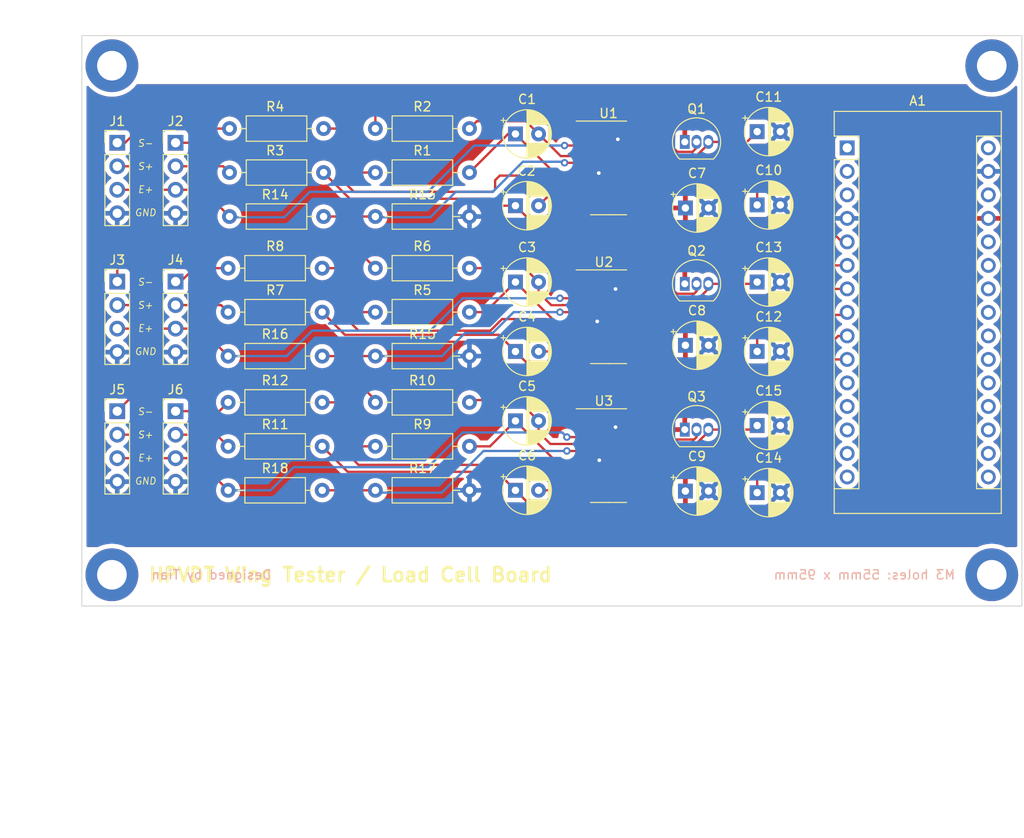
<source format=kicad_pcb>
(kicad_pcb (version 20211014) (generator pcbnew)
  (layers (0 "F.Cu" signal) (31 "B.Cu" signal) (34 "B.Paste" user) (35 "F.Paste" user) (36 "B.SilkS" user "B.Silkscreen") (37 "F.SilkS" user "F.Silkscreen") (38 "B.Mask" user) (39 "F.Mask" user) (44 "Edge.Cuts" user))
  (net 0 "")
  (net 4 "GND")
  (net 5 "DOUT_{LC1&2}")
  (net 6 "CLK_{LC1&2}")
  (net 7 "DOUT_{LC3&4}")
  (net 8 "CLK_{LC3&4}")
  (net 9 "DOUT_{LC5&6}")
  (net 10 "CLK_{LC5&6}")
  (net 17 "+3V3")
  (net 27 "+5V")
  (net 30 "Net-(C1-Pad1)")
  (net 31 "Net-(C1-Pad2)")
  (net 32 "Net-(C2-Pad1)")
  (net 33 "Net-(C2-Pad2)")
  (net 34 "Net-(C3-Pad1)")
  (net 35 "Net-(C3-Pad2)")
  (net 36 "Net-(C4-Pad1)")
  (net 37 "Net-(C4-Pad2)")
  (net 38 "Net-(C5-Pad1)")
  (net 39 "Net-(C5-Pad2)")
  (net 40 "Net-(C6-Pad1)")
  (net 41 "Net-(C6-Pad2)")
  (net 42 "Net-(C10-Pad1)")
  (net 43 "/E+_{LC1&2}")
  (net 44 "Net-(C12-Pad1)")
  (net 45 "/E+_{LC3&4}")
  (net 46 "Net-(C14-Pad1)")
  (net 47 "/E+_{LC5&6}")
  (net 48 "/S-_{LC1}")
  (net 49 "/S+_{LC1}")
  (net 50 "/S-_{LC2}")
  (net 51 "/S+_{LC2}")
  (net 52 "/S-_{LC3}")
  (net 53 "/S+_{LC3}")
  (net 54 "/S-_{LC4}")
  (net 55 "/S+_{LC4}")
  (net 56 "/S-_{LC5}")
  (net 57 "/S+_{LC5}")
  (net 58 "/S-_{LC6}")
  (net 59 "/S+_{LC6}")
  (net 60 "Net-(Q1-Pad2)")
  (net 61 "Net-(Q2-Pad2)")
  (net 62 "Net-(Q3-Pad2)")
  (net 63 "Net-(R13-Pad1)")
  (net 64 "Net-(R15-Pad1)")
  (net 65 "Net-(R17-Pad1)")
  (footprint "Capacitor_THT:CP_Radial_D5.0mm_P2.50mm" (layer "F.Cu") (at 171.669888 95.375)
    (fp_text reference "C13")
    (fp_text value "10uF")
  )
  (footprint "Capacitor_THT:CP_Radial_D5.0mm_P2.50mm" (layer "F.Cu") (at 163.919888 102.205)
    (fp_text reference "C8")
    (fp_text value "10uF")
  )
  (footprint "Resistor_THT:R_Axial_DIN0207_L6.3mm_D2.5mm_P10.16mm_Horizontal" (layer "F.Cu") (at 130.445 113.125)
    (fp_text reference "R9")
    (fp_text value "100")
  )
  (footprint "Connector_PinHeader_2.54mm:PinHeader_1x04_P2.54mm_Vertical" (layer "F.Cu") (at 102.575 95.325)
    (fp_text reference "J3")
    (fp_text value "Load Cell 3")
  )
  (footprint "Resistor_THT:R_Axial_DIN0207_L6.3mm_D2.5mm_P10.16mm_Horizontal" (layer "F.Cu") (at 114.545 103.375)
    (fp_text reference "R16")
    (fp_text value "20k")
  )
  (footprint "Capacitor_THT:CP_Radial_D5.0mm_P2.50mm" (layer "F.Cu") (at 171.669888 118.125)
    (fp_text reference "C14")
    (fp_text value "0.1uF")
  )
  (footprint "Package_TO_SOT_THT:TO-92_Inline" (layer "F.Cu") (at 163.855 111.315)
    (fp_text reference "Q3")
    (fp_text value "S8550")
  )
  (footprint "Resistor_THT:R_Axial_DIN0207_L6.3mm_D2.5mm_P10.16mm_Horizontal" (layer "F.Cu") (at 130.445 117.875)
    (fp_text reference "R17")
    (fp_text value "8.2k")
  )
  (footprint "Resistor_THT:R_Axial_DIN0207_L6.3mm_D2.5mm_P10.16mm_Horizontal" (layer "F.Cu") (at 114.695 83.545)
    (fp_text reference "R3")
    (fp_text value "100")
  )
  (footprint "Connector_PinHeader_2.54mm:PinHeader_1x04_P2.54mm_Vertical" (layer "F.Cu") (at 108.875 95.325)
    (fp_text reference "J4")
    (fp_text value "Load Cell 4")
  )
  (footprint "Capacitor_THT:CP_Radial_D5.0mm_P2.50mm" (layer "F.Cu") (at 145.569888 87.125)
    (fp_text reference "C2")
    (fp_text value "0.1uF")
  )
  (footprint "Capacitor_THT:CP_Radial_D5.0mm_P2.50mm" (layer "F.Cu") (at 171.669888 102.875)
    (fp_text reference "C12")
    (fp_text value "0.1uF")
  )
  (footprint "Package_SO:SOP-16_3.9x9.9mm_P1.27mm" (layer "F.Cu") (at 155.625 83.045)
    (fp_text reference "U1")
    (fp_text value "HX711")
  )
  (footprint "Resistor_THT:R_Axial_DIN0207_L6.3mm_D2.5mm_P10.16mm_Horizontal" (layer "F.Cu") (at 130.445 93.875)
    (fp_text reference "R6")
    (fp_text value "100")
  )
  (footprint "Connector_PinHeader_2.54mm:PinHeader_1x04_P2.54mm_Vertical" (layer "F.Cu") (at 108.875 109.325)
    (fp_text reference "J6")
    (fp_text value "Load Cell 6")
  )
  (footprint "Capacitor_THT:CP_Radial_D5.0mm_P2.50mm" (layer "F.Cu") (at 145.569888 102.875)
    (fp_text reference "C4")
    (fp_text value "0.1uF")
  )
  (footprint "Resistor_THT:R_Axial_DIN0207_L6.3mm_D2.5mm_P10.16mm_Horizontal" (layer "F.Cu") (at 130.445 103.375)
    (fp_text reference "R15")
    (fp_text value "8.2k")
  )
  (footprint "MountingHole:MountingHole_3.2mm_M3_ISO7380_Pad" (layer "F.Cu") (at 197 127)
    (fp_text reference "H4" hide)
    (fp_text value "M3")
  )
  (footprint "Package_SO:SOP-16_3.9x9.9mm_P1.27mm" (layer "F.Cu") (at 155.625 114.125)
    (fp_text reference "U3")
    (fp_text value "HX711")
  )
  (footprint "Resistor_THT:R_Axial_DIN0207_L6.3mm_D2.5mm_P10.16mm_Horizontal" (layer "F.Cu") (at 130.445 108.375)
    (fp_text reference "R10")
    (fp_text value "100")
  )
  (footprint "MountingHole:MountingHole_3.2mm_M3_ISO7380_Pad" (layer "F.Cu") (at 102 72)
    (fp_text reference "H1" hide)
    (fp_text value "M3")
  )
  (footprint "Resistor_THT:R_Axial_DIN0207_L6.3mm_D2.5mm_P10.16mm_Horizontal" (layer "F.Cu") (at 130.445 78.795)
    (fp_text reference "R2")
    (fp_text value "100")
  )
  (footprint "Resistor_THT:R_Axial_DIN0207_L6.3mm_D2.5mm_P10.16mm_Horizontal" (layer "F.Cu") (at 114.545 93.875)
    (fp_text reference "R8")
    (fp_text value "100")
  )
  (footprint "Resistor_THT:R_Axial_DIN0207_L6.3mm_D2.5mm_P10.16mm_Horizontal" (layer "F.Cu") (at 114.545 113.125)
    (fp_text reference "R11")
    (fp_text value "100")
  )
  (footprint "Capacitor_THT:CP_Radial_D5.0mm_P2.50mm" (layer "F.Cu") (at 171.669888 79.125)
    (fp_text reference "C11")
    (fp_text value "10uF")
  )
  (footprint "Package_TO_SOT_THT:TO-92_Inline" (layer "F.Cu") (at 163.855 80.235)
    (fp_text reference "Q1")
    (fp_text value "S8550")
  )
  (footprint "Capacitor_THT:CP_Radial_D5.0mm_P2.50mm" (layer "F.Cu") (at 171.669888 110.875)
    (fp_text reference "C15")
    (fp_text value "10uF")
  )
  (footprint "Package_SO:SOP-16_3.9x9.9mm_P1.27mm" (layer "F.Cu") (at 155.625 99.125)
    (fp_text reference "U2")
    (fp_text value "HX711")
  )
  (footprint "Capacitor_THT:CP_Radial_D5.0mm_P2.50mm" (layer "F.Cu") (at 163.919888 117.955)
    (fp_text reference "C9")
    (fp_text value "10uF")
  )
  (footprint "Capacitor_THT:CP_Radial_D5.0mm_P2.50mm" (layer "F.Cu") (at 163.919888 87.375)
    (fp_text reference "C7")
    (fp_text value "10uF")
  )
  (footprint "Connector_PinHeader_2.54mm:PinHeader_1x04_P2.54mm_Vertical" (layer "F.Cu") (at 108.875 80.325)
    (fp_text reference "J2")
    (fp_text value "Load Cell 2")
  )
  (footprint "MountingHole:MountingHole_3.2mm_M3_ISO7380_Pad" (layer "F.Cu") (at 102 127)
    (fp_text reference "H3" hide)
    (fp_text value "M3")
  )
  (footprint "Capacitor_THT:CP_Radial_D5.0mm_P2.50mm" (layer "F.Cu") (at 145.569888 79.375)
    (fp_text reference "C1")
    (fp_text value "0.1uF")
  )
  (footprint "Capacitor_THT:CP_Radial_D5.0mm_P2.50mm" (layer "F.Cu") (at 145.569888 110.375)
    (fp_text reference "C5")
    (fp_text value "0.1uF")
  )
  (footprint "Capacitor_THT:CP_Radial_D5.0mm_P2.50mm" (layer "F.Cu") (at 171.669888 87.045)
    (fp_text reference "C10")
    (fp_text value "0.1uF")
  )
  (footprint "MountingHole:MountingHole_3.2mm_M3_ISO7380_Pad" (layer "F.Cu") (at 197 72)
    (fp_text reference "H2" hide)
    (fp_text value "M3")
  )
  (footprint "Package_TO_SOT_THT:TO-92_Inline" (layer "F.Cu") (at 163.855 95.565)
    (fp_text reference "Q2")
    (fp_text value "S8550")
  )
  (footprint "Connector_PinHeader_2.54mm:PinHeader_1x04_P2.54mm_Vertical" (layer "F.Cu") (at 102.575 80.325)
    (fp_text reference "J1")
    (fp_text value "Load Cell 1")
  )
  (footprint "Module:Arduino_Nano" (layer "F.Cu") (at 181.39 80.875)
    (fp_text reference "A1")
    (fp_text value "Arduino_Nano_v3.x")
  )
  (footprint "Resistor_THT:R_Axial_DIN0207_L6.3mm_D2.5mm_P10.16mm_Horizontal" (layer "F.Cu") (at 130.445 83.545)
    (fp_text reference "R1")
    (fp_text value "100")
  )
  (footprint "Resistor_THT:R_Axial_DIN0207_L6.3mm_D2.5mm_P10.16mm_Horizontal" (layer "F.Cu") (at 114.695 78.795)
    (fp_text reference "R4")
    (fp_text value "100")
  )
  (footprint "Capacitor_THT:CP_Radial_D5.0mm_P2.50mm" (layer "F.Cu") (at 145.569888 95.375)
    (fp_text reference "C3")
    (fp_text value "0.1uF")
  )
  (footprint "Resistor_THT:R_Axial_DIN0207_L6.3mm_D2.5mm_P10.16mm_Horizontal" (layer "F.Cu") (at 114.545 108.375)
    (fp_text reference "R12")
    (fp_text value "100")
  )
  (footprint "Resistor_THT:R_Axial_DIN0207_L6.3mm_D2.5mm_P10.16mm_Horizontal" (layer "F.Cu") (at 130.445 98.625)
    (fp_text reference "R5")
    (fp_text value "100")
  )
  (footprint "Capacitor_THT:CP_Radial_D5.0mm_P2.50mm" (layer "F.Cu") (at 145.569888 117.875)
    (fp_text reference "C6")
    (fp_text value "0.1uF")
  )
  (footprint "Resistor_THT:R_Axial_DIN0207_L6.3mm_D2.5mm_P10.16mm_Horizontal" (layer "F.Cu") (at 130.445 88.295)
    (fp_text reference "R13")
    (fp_text value "8.2k")
  )
  (footprint "Resistor_THT:R_Axial_DIN0207_L6.3mm_D2.5mm_P10.16mm_Horizontal" (layer "F.Cu") (at 114.695 88.295)
    (fp_text reference "R14")
    (fp_text value "20k")
  )
  (footprint "Resistor_THT:R_Axial_DIN0207_L6.3mm_D2.5mm_P10.16mm_Horizontal" (layer "F.Cu") (at 114.545 98.625)
    (fp_text reference "R7")
    (fp_text value "100")
  )
  (footprint "Connector_PinHeader_2.54mm:PinHeader_1x04_P2.54mm_Vertical" (layer "F.Cu") (at 102.575 109.325)
    (fp_text reference "J5")
    (fp_text value "Load Cell 5")
  )
  (footprint "Resistor_THT:R_Axial_DIN0207_L6.3mm_D2.5mm_P10.16mm_Horizontal" (layer "F.Cu") (at 114.545 117.875)
    (fp_text reference "R18")
    (fp_text value "20k")
  )
  (gr_rect (start 200.25 130.375) (end 98.75 68.75) (layer "Edge.Cuts") (width 0.1) (fill none))
  (gr_text "Designed by Tian" (at 112.75 127) (layer "B.SilkS") (effects (font (size 1 1)) (justify mirror)))
  (gr_text "M3 holes: 55mm x 95mm" (at 183.25 127) (layer "B.SilkS") (effects (font (size 1 1)) (justify mirror)))
  (gr_text "E+" (at 105.625 114.375) (layer "F.SilkS") (effects (font (size 0.75 0.75) (thickness 0.1) italic)))
  (gr_text "GND" (at 105.625 87.875) (layer "F.SilkS") (effects (font (size 0.75 0.75) (thickness 0.1) italic)))
  (gr_text "S+" (at 105.625 111.875) (layer "F.SilkS") (effects (font (size 0.75 0.75) (thickness 0.1) italic)))
  (gr_text "S+" (at 105.625 97.875) (layer "F.SilkS") (effects (font (size 0.75 0.75) (thickness 0.1) italic)))
  (gr_text "S-" (at 105.625 109.375) (layer "F.SilkS") (effects (font (size 0.75 0.75) (thickness 0.1) italic)))
  (gr_text "E+" (at 105.625 85.375) (layer "F.SilkS") (effects (font (size 0.75 0.75) (thickness 0.1) italic)))
  (gr_text "GND" (at 105.625 116.875) (layer "F.SilkS") (effects (font (size 0.75 0.75) (thickness 0.1) italic)))
  (gr_text "HPVDT Wing Tester / Load Cell Board" (at 127.75 127) (layer "F.SilkS") (effects (font (size 1.5 1.5) (thickness 0.3))))
  (gr_text "S-" (at 105.625 80.375) (layer "F.SilkS") (effects (font (size 0.75 0.75) (thickness 0.1) italic)))
  (gr_text "S+" (at 105.625 82.875) (layer "F.SilkS") (effects (font (size 0.75 0.75) (thickness 0.1) italic)))
  (gr_text "E+" (at 105.625 100.375) (layer "F.SilkS") (effects (font (size 0.75 0.75) (thickness 0.1) italic)))
  (gr_text "GND" (at 105.625 102.875) (layer "F.SilkS") (effects (font (size 0.75 0.75) (thickness 0.1) italic)))
  (gr_text "S-" (at 105.625 95.375) (layer "F.SilkS") (effects (font (size 0.75 0.75) (thickness 0.1) italic)))
  (segment (start 154.57 83.68) (end 154.625 83.625) (width 0.25) (layer "F.Cu") (net 4))
  (segment (start 156.625 79.875) (end 156.625 79.94902) (width 0.25) (layer "F.Cu") (net 4))
  (segment (start 153.125 99.76) (end 154.49 99.76) (width 0.25) (layer "F.Cu") (net 4))
  (segment (start 156.47498 110.95) (end 156.375 111.04998) (width 0.25) (layer "F.Cu") (net 4))
  (segment (start 154.625 83.625) (end 154.60098 83.60098) (width 0.25) (layer "F.Cu") (net 4))
  (segment (start 158.125 97.22) (end 158.125 95.95) (width 0.25) (layer "F.Cu") (net 4))
  (segment (start 158.125 110.95) (end 158.125 112.22) (width 0.25) (layer "F.Cu") (net 4))
  (segment (start 154.625 99.625) (end 154.4005 99.625) (width 0.25) (layer "F.Cu") (net 4))
  (segment (start 154.49 114.76) (end 154.625 114.625) (width 0.25) (layer "F.Cu") (net 4))
  (segment (start 153.125 114.76) (end 154.49 114.76) (width 0.25) (layer "F.Cu") (net 4))
  (segment (start 156.55 95.95) (end 156.375 96.125) (width 0.25) (layer "F.Cu") (net 4))
  (segment (start 156.63 79.87) (end 156.625 79.875) (width 0.25) (layer "F.Cu") (net 4))
  (segment (start 158.125 79.87) (end 158.125 81.14) (width 0.25) (layer "F.Cu") (net 4))
  (segment (start 158.125 79.87) (end 156.63 79.87) (width 0.25) (layer "F.Cu") (net 4))
  (segment (start 154.60098 83.60098) (end 154.57 83.60098) (width 0.25) (layer "F.Cu") (net 4))
  (segment (start 158.125 110.95) (end 156.47498 110.95) (width 0.25) (layer "F.Cu") (net 4))
  (segment (start 154.49 99.76) (end 154.625 99.625) (width 0.25) (layer "F.Cu") (net 4))
  (segment (start 158.125 95.95) (end 156.55 95.95) (width 0.25) (layer "F.Cu") (net 4))
  (segment (start 153.125 83.68) (end 154.57 83.68) (width 0.25) (layer "F.Cu") (net 4))
  (via (at 154.4005 99.625) (size 0.8) (drill 0.4) (layers "F.Cu" "B.Cu") (net 4))
  (via (at 156.375 96.125) (size 0.8) (drill 0.4) (layers "F.Cu" "B.Cu") (net 4))
  (via (at 156.625 79.94902) (size 0.8) (drill 0.4) (layers "F.Cu" "B.Cu") (net 4))
  (via (at 156.375 111.04998) (size 0.8) (drill 0.4) (layers "F.Cu" "B.Cu") (net 4))
  (via (at 154.57 83.60098) (size 0.8) (drill 0.4) (layers "F.Cu" "B.Cu") (net 4))
  (via (at 154.625 114.625) (size 0.8) (drill 0.4) (layers "F.Cu" "B.Cu") (net 4))
  (segment (start 177.79822 83.42548) (end 158.37952 83.42548) (width 0.25) (layer "F.Cu") (net 5))
  (segment (start 158.37952 83.42548) (end 158.125 83.68) (width 0.25) (layer "F.Cu") (net 5))
  (segment (start 181.39 91.035) (end 180.8247 91.035) (width 0.25) (layer "F.Cu") (net 5))
  (segment (start 180.8247 91.035) (end 178.750489 88.960789) (width 0.25) (layer "F.Cu") (net 5))
  (segment (start 178.750489 88.960789) (end 178.750489 84.377749) (width 0.25) (layer "F.Cu") (net 5))
  (segment (start 178.750489 84.377749) (end 177.79822 83.42548) (width 0.25) (layer "F.Cu") (net 5))
  (segment (start 159.55 84.95) (end 158.125 84.95) (width 0.25) (layer "F.Cu") (net 6))
  (segment (start 177.625 91.325) (end 177.625 85.375) (width 0.25) (layer "F.Cu") (net 6))
  (segment (start 179.875 93.575) (end 177.625 91.325) (width 0.25) (layer "F.Cu") (net 6))
  (segment (start 176.125 83.875) (end 160.625 83.875) (width 0.25) (layer "F.Cu") (net 6))
  (segment (start 177.625 85.375) (end 176.125 83.875) (width 0.25) (layer "F.Cu") (net 6))
  (segment (start 181.39 93.575) (end 179.875 93.575) (width 0.25) (layer "F.Cu") (net 6))
  (segment (start 160.625 83.875) (end 159.55 84.95) (width 0.25) (layer "F.Cu") (net 6))
  (segment (start 175.875 98.375) (end 178.135 96.115) (width 0.25) (layer "F.Cu") (net 7))
  (segment (start 178.135 96.115) (end 181.39 96.115) (width 0.25) (layer "F.Cu") (net 7))
  (segment (start 162.375 98.375) (end 175.875 98.375) (width 0.25) (layer "F.Cu") (net 7))
  (segment (start 158.125 99.76) (end 160.99 99.76) (width 0.25) (layer "F.Cu") (net 7))
  (segment (start 160.99 99.76) (end 162.375 98.375) (width 0.25) (layer "F.Cu") (net 7))
  (segment (start 181.39 98.655) (end 181.11952 98.92548) (width 0.25) (layer "F.Cu") (net 8))
  (segment (start 158.165717 100.989283) (end 158.125 101.03) (width 0.25) (layer "F.Cu") (net 8))
  (segment (start 160.875 100.989283) (end 158.165717 100.989283) (width 0.25) (layer "F.Cu") (net 8))
  (segment (start 181.11952 98.92548) (end 162.938802 98.92548) (width 0.25) (layer "F.Cu") (net 8))
  (segment (start 160.875 100.989283) (end 162.938802 98.92548) (width 0.25) (layer "F.Cu") (net 8))
  (segment (start 177.375 104.239283) (end 180.419283 101.195) (width 0.25) (layer "F.Cu") (net 9))
  (segment (start 176.875 113.625) (end 177.375 113.125) (width 0.25) (layer "F.Cu") (net 9))
  (segment (start 158.125 114.76) (end 160.99 114.76) (width 0.25) (layer "F.Cu") (net 9))
  (segment (start 162.125 113.625) (end 176.875 113.625) (width 0.25) (layer "F.Cu") (net 9))
  (segment (start 177.375 113.125) (end 177.375 104.239283) (width 0.25) (layer "F.Cu") (net 9))
  (segment (start 180.419283 101.195) (end 181.39 101.195) (width 0.25) (layer "F.Cu") (net 9))
  (segment (start 160.99 114.76) (end 162.125 113.625) (width 0.25) (layer "F.Cu") (net 9))
  (segment (start 162.875 114.375) (end 177.375 114.375) (width 0.25) (layer "F.Cu") (net 10))
  (segment (start 177.375 114.375) (end 178.125 113.625) (width 0.25) (layer "F.Cu") (net 10))
  (segment (start 178.125 105.125) (end 179.515 103.735) (width 0.25) (layer "F.Cu") (net 10))
  (segment (start 178.125 113.625) (end 178.125 105.125) (width 0.25) (layer "F.Cu") (net 10))
  (segment (start 161.22 116.03) (end 162.875 114.375) (width 0.25) (layer "F.Cu") (net 10))
  (segment (start 158.125 116.03) (end 161.22 116.03) (width 0.25) (layer "F.Cu") (net 10))
  (segment (start 179.515 103.735) (end 181.39 103.735) (width 0.25) (layer "F.Cu") (net 10))
  (segment (start 144.775 79.375) (end 140.605 83.545) (width 0.25) (layer "F.Cu") (net 30))
  (segment (start 159.625 86.875) (end 159.125 86.375) (width 0.25) (layer "F.Cu") (net 30))
  (segment (start 156.17548 85.375) (end 156.17548 87.211552) (width 0.25) (layer "F.Cu") (net 30))
  (segment (start 151.980103 84.404511) (end 152.059134 84.32548) (width 0.25) (layer "F.Cu") (net 30))
  (segment (start 156.17548 87.211552) (end 157.078448 88.11452) (width 0.25) (layer "F.Cu") (net 30))
  (segment (start 145.569888 79.375) (end 150.599399 84.404511) (width 0.25) (layer "F.Cu") (net 30))
  (segment (start 150.599399 84.404511) (end 151.980103 84.404511) (width 0.25) (layer "F.Cu") (net 30))
  (segment (start 145.569888 79.375) (end 144.775 79.375) (width 0.25) (layer "F.Cu") (net 30))
  (segment (start 159.625 87.661072) (end 159.625 86.875) (width 0.25) (layer "F.Cu") (net 30))
  (segment (start 159.171552 88.11452) (end 159.625 87.661072) (width 0.25) (layer "F.Cu") (net 30))
  (segment (start 157.078448 88.11452) (end 159.171552 88.11452) (width 0.25) (layer "F.Cu") (net 30))
  (segment (start 152.059134 84.32548) (end 155.12596 84.32548) (width 0.25) (layer "F.Cu") (net 30))
  (segment (start 155.12596 84.32548) (end 156.17548 85.375) (width 0.25) (layer "F.Cu") (net 30))
  (segment (start 156.625 84.238928) (end 156.625 86.625) (width 0.25) (layer "F.Cu") (net 31))
  (segment (start 146.689889 77.995001) (end 148.069888 79.375) (width 0.25) (layer "F.Cu") (net 31))
  (segment (start 148.069888 79.375) (end 150.459408 81.76452) (width 0.25) (layer "F.Cu") (net 31))
  (segment (start 156.625 86.625) (end 157.49 87.49) (width 0.25) (layer "F.Cu") (net 31))
  (segment (start 154.150592 81.76452) (end 156.625 84.238928) (width 0.25) (layer "F.Cu") (net 31))
  (segment (start 157.49 87.49) (end 158.125 87.49) (width 0.25) (layer "F.Cu") (net 31))
  (segment (start 150.459408 81.76452) (end 154.150592 81.76452) (width 0.25) (layer "F.Cu") (net 31))
  (segment (start 141.404999 77.995001) (end 146.689889 77.995001) (width 0.25) (layer "F.Cu") (net 31))
  (segment (start 140.605 78.795) (end 141.404999 77.995001) (width 0.25) (layer "F.Cu") (net 31))
  (segment (start 153.125 87.49) (end 152.365489 88.249511) (width 0.25) (layer "F.Cu") (net 32))
  (segment (start 127.625 86.375) (end 127.625 86.315) (width 0.25) (layer "F.Cu") (net 32))
  (segment (start 145.569888 87.125) (end 143.625 87.125) (width 0.25) (layer "F.Cu") (net 32))
  (segment (start 146.694399 88.249511) (end 145.569888 87.125) (width 0.25) (layer "F.Cu") (net 32))
  (segment (start 152.365489 88.249511) (end 146.694399 88.249511) (width 0.25) (layer "F.Cu") (net 32))
  (segment (start 142.875 86.375) (end 127.625 86.375) (width 0.25) (layer "F.Cu") (net 32))
  (segment (start 127.625 86.315) (end 124.855 83.545) (width 0.25) (layer "F.Cu") (net 32))
  (segment (start 143.625 87.125) (end 142.875 86.375) (width 0.25) (layer "F.Cu") (net 32))
  (segment (start 127.125 84.625) (end 128.125 85.625) (width 0.25) (layer "F.Cu") (net 33))
  (segment (start 148.625 83.875) (end 148.974888 84.224888) (width 0.25) (layer "F.Cu") (net 33))
  (segment (start 153.125 86.22) (end 148.974888 86.22) (width 0.25) (layer "F.Cu") (net 33))
  (segment (start 143.125 85.625) (end 143.375 85.375) (width 0.25) (layer "F.Cu") (net 33))
  (segment (start 148.974888 86.22) (end 148.069888 87.125) (width 0.25) (layer "F.Cu") (net 33))
  (segment (start 126.545 78.795) (end 127.125 79.375) (width 0.25) (layer "F.Cu") (net 33))
  (segment (start 143.375 84.375) (end 143.875 83.875) (width 0.25) (layer "F.Cu") (net 33))
  (segment (start 124.855 78.795) (end 126.545 78.795) (width 0.25) (layer "F.Cu") (net 33))
  (segment (start 128.125 85.625) (end 143.125 85.625) (width 0.25) (layer "F.Cu") (net 33))
  (segment (start 143.875 83.875) (end 148.625 83.875) (width 0.25) (layer "F.Cu") (net 33))
  (segment (start 143.375 85.375) (end 143.375 84.375) (width 0.25) (layer "F.Cu") (net 33))
  (segment (start 127.125 79.375) (end 127.125 84.625) (width 0.25) (layer "F.Cu") (net 33))
  (segment (start 148.974888 84.224888) (end 148.974888 86.22) (width 0.25) (layer "F.Cu") (net 33))
  (segment (start 142.319888 98.625) (end 145.569888 95.375) (width 0.25) (layer "F.Cu") (net 34))
  (segment (start 155.59452 102.710592) (end 157.258928 104.375) (width 0.25) (layer "F.Cu") (net 34))
  (segment (start 157.258928 104.375) (end 158.991072 104.375) (width 0.25) (layer "F.Cu") (net 34))
  (segment (start 155.125 100.40548) (end 155.59452 100.875) (width 0.25) (layer "F.Cu") (net 34))
  (segment (start 158.526072 102.3) (end 158.125 102.3) (width 0.25) (layer "F.Cu") (net 34))
  (segment (start 150.600368 100.40548) (end 155.125 100.40548) (width 0.25) (layer "F.Cu") (net 34))
  (segment (start 159.625 103.398928) (end 158.526072 102.3) (width 0.25) (layer "F.Cu") (net 34))
  (segment (start 158.991072 104.375) (end 159.625 103.741072) (width 0.25) (layer "F.Cu") (net 34))
  (segment (start 155.59452 100.875) (end 155.59452 102.710592) (width 0.25) (layer "F.Cu") (net 34))
  (segment (start 145.569888 95.375) (end 150.600368 100.40548) (width 0.25) (layer "F.Cu") (net 34))
  (segment (start 140.605 98.625) (end 142.319888 98.625) (width 0.25) (layer "F.Cu") (net 34))
  (segment (start 159.625 103.741072) (end 159.625 103.398928) (width 0.25) (layer "F.Cu") (net 34))
  (segment (start 154.61548 97.86548) (end 156.375 99.625) (width 0.25) (layer "F.Cu") (net 35))
  (segment (start 148.069888 96.50637) (end 149.438518 97.875) (width 0.25) (layer "F.Cu") (net 35))
  (segment (start 156.375 102.221072) (end 157.723928 103.57) (width 0.25) (layer "F.Cu") (net 35))
  (segment (start 150.63452 97.86548) (end 154.61548 97.86548) (width 0.25) (layer "F.Cu") (net 35))
  (segment (start 148.069888 95.375) (end 148.069888 96.50637) (width 0.25) (layer "F.Cu") (net 35))
  (segment (start 157.723928 103.57) (end 158.125 103.57) (width 0.25) (layer "F.Cu") (net 35))
  (segment (start 148.069888 95.375) (end 146.569888 93.875) (width 0.25) (layer "F.Cu") (net 35))
  (segment (start 146.569888 93.875) (end 140.605 93.875) (width 0.25) (layer "F.Cu") (net 35))
  (segment (start 150.625 97.875) (end 150.63452 97.86548) (width 0.25) (layer "F.Cu") (net 35))
  (segment (start 149.438518 97.875) (end 150.625 97.875) (width 0.25) (layer "F.Cu") (net 35))
  (segment (start 156.375 99.625) (end 156.375 102.221072) (width 0.25) (layer "F.Cu") (net 35))
  (segment (start 145.569888 102.875) (end 143.769408 101.07452) (width 0.25) (layer "F.Cu") (net 36))
  (segment (start 153.125 103.57) (end 152.695489 103.999511) (width 0.25) (layer "F.Cu") (net 36))
  (segment (start 152.695489 103.999511) (end 146.694399 103.999511) (width 0.25) (layer "F.Cu") (net 36))
  (segment (start 143.769408 101.07452) (end 127.15452 101.07452) (width 0.25) (layer "F.Cu") (net 36))
  (segment (start 146.694399 103.999511) (end 145.569888 102.875) (width 0.25) (layer "F.Cu") (net 36))
  (segment (start 127.15452 101.07452) (end 124.705 98.625) (width 0.25) (layer "F.Cu") (net 36))
  (segment (start 148.875 99.375) (end 150.625 101.125) (width 0.25) (layer "F.Cu") (net 37))
  (segment (start 150.625 102.625) (end 150.375 102.875) (width 0.25) (layer "F.Cu") (net 37))
  (segment (start 150.375 102.875) (end 148.069888 102.875) (width 0.25) (layer "F.Cu") (net 37))
  (segment (start 150.625 101.125) (end 150.625 102.625) (width 0.25) (layer "F.Cu") (net 37))
  (segment (start 126.875 98.875) (end 128.625 100.625) (width 0.25) (layer "F.Cu") (net 37))
  (segment (start 126.875 93.875) (end 126.875 98.875) (width 0.25) (layer "F.Cu") (net 37))
  (segment (start 144.125 99.375) (end 148.875 99.375) (width 0.25) (layer "F.Cu") (net 37))
  (segment (start 142.875 100.625) (end 144.125 99.375) (width 0.25) (layer "F.Cu") (net 37))
  (segment (start 152.8 102.625) (end 153.125 102.3) (width 0.25) (layer "F.Cu") (net 37))
  (segment (start 150.625 102.625) (end 152.8 102.625) (width 0.25) (layer "F.Cu") (net 37))
  (segment (start 124.705 93.875) (end 126.875 93.875) (width 0.25) (layer "F.Cu") (net 37))
  (segment (start 128.625 100.625) (end 142.875 100.625) (width 0.25) (layer "F.Cu") (net 37))
  (segment (start 145.569888 110.375) (end 150.600368 115.40548) (width 0.25) (layer "F.Cu") (net 38))
  (segment (start 157.258928 119.375) (end 158.991072 119.375) (width 0.25) (layer "F.Cu") (net 38))
  (segment (start 158.526072 117.3) (end 158.125 117.3) (width 0.25) (layer "F.Cu") (net 38))
  (segment (start 155.875 117.991072) (end 157.258928 119.375) (width 0.25) (layer "F.Cu") (net 38))
  (segment (start 155.65548 115.40548) (end 155.875 115.625) (width 0.25) (layer "F.Cu") (net 38))
  (segment (start 140.605 113.125) (end 142.819888 113.125) (width 0.25) (layer "F.Cu") (net 38))
  (segment (start 150.600368 115.40548) (end 155.65548 115.40548) (width 0.25) (layer "F.Cu") (net 38))
  (segment (start 159.625 118.741072) (end 159.625 118.398928) (width 0.25) (layer "F.Cu") (net 38))
  (segment (start 159.625 118.398928) (end 158.526072 117.3) (width 0.25) (layer "F.Cu") (net 38))
  (segment (start 155.875 115.625) (end 155.875 117.991072) (width 0.25) (layer "F.Cu") (net 38))
  (segment (start 142.819888 113.125) (end 145.569888 110.375) (width 0.25) (layer "F.Cu") (net 38))
  (segment (start 158.991072 119.375) (end 159.625 118.741072) (width 0.25) (layer "F.Cu") (net 38))
  (segment (start 148.069888 110.375) (end 148.069888 111.594502) (width 0.25) (layer "F.Cu") (net 39))
  (segment (start 156.80048 118.05048) (end 157.32 118.57) (width 0.25) (layer "F.Cu") (net 39))
  (segment (start 157.32 118.57) (end 158.125 118.57) (width 0.25) (layer "F.Cu") (net 39))
  (segment (start 148.069888 111.594502) (end 149.340866 112.86548) (width 0.25) (layer "F.Cu") (net 39))
  (segment (start 145.819888 108.125) (end 148.069888 110.375) (width 0.25) (layer "F.Cu") (net 39))
  (segment (start 140.605 108.125) (end 145.819888 108.125) (width 0.25) (layer "F.Cu") (net 39))
  (segment (start 156.80048 115.494408) (end 156.80048 118.05048) (width 0.25) (layer "F.Cu") (net 39))
  (segment (start 149.340866 112.86548) (end 154.171552 112.86548) (width 0.25) (layer "F.Cu") (net 39))
  (segment (start 154.171552 112.86548) (end 156.80048 115.494408) (width 0.25) (layer "F.Cu") (net 39))
  (segment (start 127.455 115.875) (end 143.569888 115.875) (width 0.25) (layer "F.Cu") (net 40))
  (segment (start 152.695489 118.999511) (end 153.125 118.57) (width 0.25) (layer "F.Cu") (net 40))
  (segment (start 124.705 113.125) (end 127.455 115.875) (width 0.25) (layer "F.Cu") (net 40))
  (segment (start 143.569888 115.875) (end 145.569888 117.875) (width 0.25) (layer "F.Cu") (net 40))
  (segment (start 145.569888 117.875) (end 146.694399 118.999511) (width 0.25) (layer "F.Cu") (net 40))
  (segment (start 146.694399 118.999511) (end 152.695489 118.999511) (width 0.25) (layer "F.Cu") (net 40))
  (segment (start 148.625 115.125) (end 149.875 116.375) (width 0.25) (layer "F.Cu") (net 41))
  (segment (start 149.875 117.375) (end 149.875 117.625) (width 0.25) (layer "F.Cu") (net 41))
  (segment (start 128.625 115.125) (end 148.625 115.125) (width 0.25) (layer "F.Cu") (net 41))
  (segment (start 149.875 117.625) (end 149.625 117.875) (width 0.25) (layer "F.Cu") (net 41))
  (segment (start 124.705 108.375) (end 126.375 108.375) (width 0.25) (layer "F.Cu") (net 41))
  (segment (start 127.125 113.625) (end 128.625 115.125) (width 0.25) (layer "F.Cu") (net 41))
  (segment (start 149.875 116.375) (end 149.875 117.375) (width 0.25) (layer "F.Cu") (net 41))
  (segment (start 149.625 117.875) (end 148.069888 117.875) (width 0.25) (layer "F.Cu") (net 41))
  (segment (start 153.05 117.375) (end 153.125 117.3) (width 0.25) (layer "F.Cu") (net 41))
  (segment (start 149.875 117.375) (end 153.05 117.375) (width 0.25) (layer "F.Cu") (net 41))
  (segment (start 126.375 108.375) (end 127.125 109.125) (width 0.25) (layer "F.Cu") (net 41))
  (segment (start 127.125 109.125) (end 127.125 113.625) (width 0.25) (layer "F.Cu") (net 41))
  (segment (start 155.625 88.875) (end 155.625 85.625) (width 0.25) (layer "F.Cu") (net 42))
  (segment (start 160.375 88.875) (end 160.125 89.125) (width 0.25) (layer "F.Cu") (net 42))
  (segment (start 170.375 84.375) (end 161.625 84.375) (width 0.25) (layer "F.Cu") (net 42))
  (segment (start 160.125 89.125) (end 155.875 89.125) (width 0.25) (layer "F.Cu") (net 42))
  (segment (start 160.375 85.625) (end 160.375 88.875) (width 0.25) (layer "F.Cu") (net 42))
  (segment (start 161.625 84.375) (end 160.375 85.625) (width 0.25) (layer "F.Cu") (net 42))
  (segment (start 155.875 89.125) (end 155.625 88.875) (width 0.25) (layer "F.Cu") (net 42))
  (segment (start 154.95 84.95) (end 153.125 84.95) (width 0.25) (layer "F.Cu") (net 42))
  (segment (start 155.625 85.625) (end 154.95 84.95) (width 0.25) (layer "F.Cu") (net 42))
  (segment (start 171.669888 87.045) (end 171.669888 85.669888) (width 0.25) (layer "F.Cu") (net 42))
  (segment (start 171.669888 85.669888) (end 170.375 84.375) (width 0.25) (layer "F.Cu") (net 42))
  (segment (start 153.125 81.14) (end 156.453928 81.14) (width 0.25) (layer "F.Cu") (net 43))
  (segment (start 166.395 80.235) (end 170.559888 80.235) (width 0.25) (layer "F.Cu") (net 43))
  (segment (start 157.078448 81.76452) (end 165.09048 81.76452) (width 0.25) (layer "F.Cu") (net 43))
  (segment (start 111.805 85.405) (end 114.695 88.295) (width 0.25) (layer "F.Cu") (net 43))
  (segment (start 102.575 85.405) (end 108.875 85.405) (width 0.25) (layer "F.Cu") (net 43))
  (segment (start 152.61 80.625) (end 153.125 81.14) (width 0.25) (layer "F.Cu") (net 43))
  (segment (start 165.09048 81.76452) (end 166.395 80.46) (width 0.25) (layer "F.Cu") (net 43))
  (segment (start 150.875 80.625) (end 152.61 80.625) (width 0.25) (layer "F.Cu") (net 43))
  (segment (start 166.395 80.235) (end 166.409511 80.249511) (width 0.25) (layer "F.Cu") (net 43))
  (segment (start 170.559888 80.235) (end 171.669888 79.125) (width 0.25) (layer "F.Cu") (net 43))
  (segment (start 108.875 85.405) (end 111.805 85.405) (width 0.25) (layer "F.Cu") (net 43))
  (segment (start 156.453928 81.14) (end 157.078448 81.76452) (width 0.25) (layer "F.Cu") (net 43))
  (segment (start 166.395 80.46) (end 166.395 80.235) (width 0.25) (layer "F.Cu") (net 43))
  (via (at 150.875 80.625) (size 0.8) (drill 0.4) (layers "F.Cu" "B.Cu") (net 43))
  (segment (start 114.695 88.295) (end 114.775 88.375) (width 0.25) (layer "B.Cu") (net 43))
  (segment (start 136.125 85.625) (end 141.125 80.625) (width 0.25) (layer "B.Cu") (net 43))
  (segment (start 120.625 88.375) (end 123.375 85.625) (width 0.25) (layer "B.Cu") (net 43))
  (segment (start 114.775 88.375) (end 120.625 88.375) (width 0.25) (layer "B.Cu") (net 43))
  (segment (start 141.125 80.625) (end 150.875 80.625) (width 0.25) (layer "B.Cu") (net 43))
  (segment (start 123.375 85.625) (end 136.125 85.625) (width 0.25) (layer "B.Cu") (net 43))
  (segment (start 159.375 105.125) (end 157.125 105.125) (width 0.25) (layer "F.Cu") (net 44))
  (segment (start 155.125 101.375) (end 154.78 101.03) (width 0.25) (layer "F.Cu") (net 44))
  (segment (start 161.875 100.625) (end 161.875 102.625) (width 0.25) (layer "F.Cu") (net 44))
  (segment (start 163.125 99.375) (end 161.875 100.625) (width 0.25) (layer "F.Cu") (net 44))
  (segment (start 157.125 105.125) (end 155.125 103.125) (width 0.25) (layer "F.Cu") (net 44))
  (segment (start 161.875 102.625) (end 159.375 105.125) (width 0.25) (layer "F.Cu") (net 44))
  (segment (start 154.78 101.03) (end 153.125 101.03) (width 0.25) (layer "F.Cu") (net 44))
  (segment (start 171.669888 100.830112) (end 170.214776 99.375) (width 0.25) (layer "F.Cu") (net 44))
  (segment (start 155.125 103.125) (end 155.125 101.375) (width 0.25) (layer "F.Cu") (net 44))
  (segment (start 170.214776 99.375) (end 163.125 99.375) (width 0.25) (layer "F.Cu") (net 44))
  (segment (start 171.669888 102.875) (end 171.669888 100.830112) (width 0.25) (layer "F.Cu") (net 44))
  (segment (start 164.63452 97.86548) (end 166.395 96.105) (width 0.25) (layer "F.Cu") (net 45))
  (segment (start 171.479888 95.565) (end 171.669888 95.375) (width 0.25) (layer "F.Cu") (net 45))
  (segment (start 166.395 96.105) (end 166.395 95.565) (width 0.25) (layer "F.Cu") (net 45))
  (segment (start 150.375 97.125) (end 153.03 97.125) (width 0.25) (layer "F.Cu") (net 45))
  (segment (start 166.395 95.565) (end 171.479888 95.565) (width 0.25) (layer "F.Cu") (net 45))
  (segment (start 153.125 97.22) (end 156.453928 97.22) (width 0.25) (layer "F.Cu") (net 45))
  (segment (start 102.575 100.405) (end 108.875 100.405) (width 0.25) (layer "F.Cu") (net 45))
  (segment (start 111.575 100.405) (end 114.545 103.375) (width 0.25) (layer "F.Cu") (net 45))
  (segment (start 156.453928 97.22) (end 157.099408 97.86548) (width 0.25) (layer "F.Cu") (net 45))
  (segment (start 157.099408 97.86548) (end 164.63452 97.86548) (width 0.25) (layer "F.Cu") (net 45))
  (segment (start 153.03 97.125) (end 153.125 97.22) (width 0.25) (layer "F.Cu") (net 45))
  (segment (start 108.875 100.405) (end 111.575 100.405) (width 0.25) (layer "F.Cu") (net 45))
  (via (at 150.375 97.125) (size 0.8) (drill 0.4) (layers "F.Cu" "B.Cu") (net 45))
  (segment (start 120.875 103.375) (end 123.625 100.625) (width 0.25) (layer "B.Cu") (net 45))
  (segment (start 114.545 103.375) (end 120.875 103.375) (width 0.25) (layer "B.Cu") (net 45))
  (segment (start 123.625 100.625) (end 136.375 100.625) (width 0.25) (layer "B.Cu") (net 45))
  (segment (start 136.375 100.625) (end 139.875 97.125) (width 0.25) (layer "B.Cu") (net 45))
  (segment (start 139.875 97.125) (end 150.375 97.125) (width 0.25) (layer "B.Cu") (net 45))
  (segment (start 161.875 117.625) (end 161.875 116.125) (width 0.25) (layer "F.Cu") (net 46))
  (segment (start 153.125 116.03) (end 155.03 116.03) (width 0.25) (layer "F.Cu") (net 46))
  (segment (start 171.669888 116.169888) (end 171.669888 118.125) (width 0.25) (layer "F.Cu") (net 46))
  (segment (start 155.03 116.03) (end 155.125 116.125) (width 0.25) (layer "F.Cu") (net 46))
  (segment (start 170.625 115.125) (end 171.669888 116.169888) (width 0.25) (layer "F.Cu") (net 46))
  (segment (start 162.875 115.125) (end 170.625 115.125) (width 0.25) (layer "F.Cu") (net 46))
  (segment (start 161.875 116.125) (end 162.875 115.125) (width 0.25) (layer "F.Cu") (net 46))
  (segment (start 155.125 117.876789) (end 157.072731 119.82452) (width 0.25) (layer "F.Cu") (net 46))
  (segment (start 157.072731 119.82452) (end 159.67548 119.82452) (width 0.25) (layer "F.Cu") (net 46))
  (segment (start 159.67548 119.82452) (end 161.875 117.625) (width 0.25) (layer "F.Cu") (net 46))
  (segment (start 155.125 116.125) (end 155.125 117.876789) (width 0.25) (layer "F.Cu") (net 46))
  (segment (start 166.395 111.54) (end 166.395 111.315) (width 0.25) (layer "F.Cu") (net 47))
  (segment (start 111.075 114.405) (end 114.545 117.875) (width 0.25) (layer "F.Cu") (net 47))
  (segment (start 156.59452 112.84452) (end 165.09048 112.84452) (width 0.25) (layer "F.Cu") (net 47))
  (segment (start 156.125 112.375) (end 156.59452 112.84452) (width 0.25) (layer "F.Cu") (net 47))
  (segment (start 102.575 114.405) (end 108.875 114.405) (width 0.25) (layer "F.Cu") (net 47))
  (segment (start 165.09048 112.84452) (end 166.395 111.54) (width 0.25) (layer "F.Cu") (net 47))
  (segment (start 108.875 114.405) (end 111.075 114.405) (width 0.25) (layer "F.Cu") (net 47))
  (segment (start 171.229888 111.315) (end 171.669888 110.875) (width 0.25) (layer "F.Cu") (net 47))
  (segment (start 151.125 112.125) (end 153.03 112.125) (width 0.25) (layer "F.Cu") (net 47))
  (segment (start 153.125 112.22) (end 153.28 112.375) (width 0.25) (layer "F.Cu") (net 47))
  (segment (start 153.03 112.125) (end 153.125 112.22) (width 0.25) (layer "F.Cu") (net 47))
  (segment (start 153.28 112.375) (end 156.125 112.375) (width 0.25) (layer "F.Cu") (net 47))
  (segment (start 166.395 111.315) (end 171.229888 111.315) (width 0.25) (layer "F.Cu") (net 47))
  (via (at 151.125 112.125) (size 0.8) (drill 0.4) (layers "F.Cu" "B.Cu") (net 47))
  (segment (start 119.125 117.875) (end 121.625 115.375) (width 0.25) (layer "B.Cu") (net 47))
  (segment (start 114.545 117.875) (end 119.125 117.875) (width 0.25) (layer "B.Cu") (net 47))
  (segment (start 139.875 111.625) (end 150.625 111.625) (width 0.25) (layer "B.Cu") (net 47))
  (segment (start 136.125 115.375) (end 139.875 111.625) (width 0.25) (layer "B.Cu") (net 47))
  (segment (start 150.625 111.625) (end 151.125 112.125) (width 0.25) (layer "B.Cu") (net 47))
  (segment (start 121.625 115.375) (end 136.125 115.375) (width 0.25) (layer "B.Cu") (net 47))
  (segment (start 108.75 75) (end 128.75 75) (width 0.25) (layer "F.Cu") (net 48))
  (segment (start 103.425 80.325) (end 108.75 75) (width 0.25) (layer "F.Cu") (net 48))
  (segment (start 130.445 76.695) (end 130.445 78.795) (width 0.25) (layer "F.Cu") (net 48))
  (segment (start 128.75 75) (end 130.445 76.695) (width 0.25) (layer "F.Cu") (net 48))
  (segment (start 102.575 80.325) (end 103.425 80.325) (width 0.25) (layer "F.Cu") (net 48))
  (segment (start 105.625 81.875) (end 105.625 79.125) (width 0.25) (layer "F.Cu") (net 49))
  (segment (start 128.045 83.545) (end 130.445 83.545) (width 0.25) (layer "F.Cu") (net 49))
  (segment (start 104.635 82.865) (end 105.625 81.875) (width 0.25) (layer "F.Cu") (net 49))
  (segment (start 127.875 76.125) (end 127.875 83.375) (width 0.25) (layer "F.Cu") (net 49))
  (segment (start 105.625 79.125) (end 109.125 75.625) (width 0.25) (layer "F.Cu") (net 49))
  (segment (start 102.575 82.865) (end 104.635 82.865) (width 0.25) (layer "F.Cu") (net 49))
  (segment (start 127.875 83.375) (end 128.045 83.545) (width 0.25) (layer "F.Cu") (net 49))
  (segment (start 109.125 75.625) (end 127.375 75.625) (width 0.25) (layer "F.Cu") (net 49))
  (segment (start 127.375 75.625) (end 127.875 76.125) (width 0.25) (layer "F.Cu") (net 49))
  (segment (start 111.955 78.795) (end 114.695 78.795) (width 0.25) (layer "F.Cu") (net 50))
  (segment (start 108.875 80.325) (end 110.425 80.325) (width 0.25) (layer "F.Cu") (net 50))
  (segment (start 110.425 80.325) (end 111.955 78.795) (width 0.25) (layer "F.Cu") (net 50))
  (segment (start 114.015 82.865) (end 114.695 83.545) (width 0.25) (layer "F.Cu") (net 51))
  (segment (start 108.875 82.865) (end 114.015 82.865) (width 0.25) (layer "F.Cu") (net 51))
  (segment (start 102.575 95.325) (end 102.575 93.675) (width 0.25) (layer "F.Cu") (net 52))
  (segment (start 127.445 90.875) (end 130.445 93.875) (width 0.25) (layer "F.Cu") (net 52))
  (segment (start 105.375 90.875) (end 127.445 90.875) (width 0.25) (layer "F.Cu") (net 52))
  (segment (start 102.575 93.675) (end 105.375 90.875) (width 0.25) (layer "F.Cu") (net 52))
  (segment (start 128.125 98.625) (end 130.445 98.625) (width 0.25) (layer "F.Cu") (net 53))
  (segment (start 107.875 91.625) (end 126.375 91.625) (width 0.25) (layer "F.Cu") (net 53))
  (segment (start 126.375 91.625) (end 127.625 92.875) (width 0.25) (layer "F.Cu") (net 53))
  (segment (start 127.625 92.875) (end 127.625 98.125) (width 0.25) (layer "F.Cu") (net 53))
  (segment (start 107.125 96.625) (end 107.125 92.375) (width 0.25) (layer "F.Cu") (net 53))
  (segment (start 107.125 92.375) (end 107.875 91.625) (width 0.25) (layer "F.Cu") (net 53))
  (segment (start 102.575 97.865) (end 105.885 97.865) (width 0.25) (layer "F.Cu") (net 53))
  (segment (start 127.625 98.125) (end 128.125 98.625) (width 0.25) (layer "F.Cu") (net 53))
  (segment (start 105.885 97.865) (end 107.125 96.625) (width 0.25) (layer "F.Cu") (net 53))
  (segment (start 108.875 95.325) (end 108.875 95.375) (width 0.25) (layer "F.Cu") (net 54))
  (segment (start 109.125 95.625) (end 110.875 93.875) (width 0.25) (layer "F.Cu") (net 54))
  (segment (start 110.875 93.875) (end 114.545 93.875) (width 0.25) (layer "F.Cu") (net 54))
  (segment (start 108.875 95.375) (end 109.125 95.625) (width 0.25) (layer "F.Cu") (net 54))
  (segment (start 108.875 97.865) (end 113.785 97.865) (width 0.25) (layer "F.Cu") (net 55))
  (segment (start 113.785 97.865) (end 114.545 98.625) (width 0.25) (layer "F.Cu") (net 55))
  (segment (start 106.025 105.875) (end 128.195 105.875) (width 0.25) (layer "F.Cu") (net 56))
  (segment (start 128.195 105.875) (end 130.445 108.125) (width 0.25) (layer "F.Cu") (net 56))
  (segment (start 102.575 109.325) (end 106.025 105.875) (width 0.25) (layer "F.Cu") (net 56))
  (segment (start 127.875 112.375) (end 128.625 113.125) (width 0.25) (layer "F.Cu") (net 57))
  (segment (start 128.625 113.125) (end 130.445 113.125) (width 0.25) (layer "F.Cu") (net 57))
  (segment (start 106.135 111.865) (end 107.125 110.875) (width 0.25) (layer "F.Cu") (net 57))
  (segment (start 102.575 111.865) (end 106.135 111.865) (width 0.25) (layer "F.Cu") (net 57))
  (segment (start 107.125 107.125) (end 107.625 106.625) (width 0.25) (layer "F.Cu") (net 57))
  (segment (start 126.625 106.625) (end 127.875 107.875) (width 0.25) (layer "F.Cu") (net 57))
  (segment (start 127.875 107.875) (end 127.875 112.375) (width 0.25) (layer "F.Cu") (net 57))
  (segment (start 107.625 106.625) (end 126.625 106.625) (width 0.25) (layer "F.Cu") (net 57))
  (segment (start 107.125 110.875) (end 107.125 107.125) (width 0.25) (layer "F.Cu") (net 57))
  (segment (start 108.875 109.325) (end 113.595 109.325) (width 0.25) (layer "F.Cu") (net 58))
  (segment (start 113.595 109.325) (end 114.545 108.375) (width 0.25) (layer "F.Cu") (net 58))
  (segment (start 113.285 111.865) (end 114.545 113.125) (width 0.25) (layer "F.Cu") (net 59))
  (segment (start 108.875 111.865) (end 113.285 111.865) (width 0.25) (layer "F.Cu") (net 59))
  (segment (start 165.125 80.875) (end 165.125 80.235) (width 0.25) (layer "F.Cu") (net 60))
  (segment (start 163.059511 81.309511) (end 164.690489 81.309511) (width 0.25) (layer "F.Cu") (net 60))
  (segment (start 160.97452 79.22452) (end 163.059511 81.309511) (width 0.25) (layer "F.Cu") (net 60))
  (segment (start 153.77048 79.22452) (end 160.97452 79.22452) (width 0.25) (layer "F.Cu") (net 60))
  (segment (start 164.690489 81.309511) (end 165.125 80.875) (width 0.25) (layer "F.Cu") (net 60))
  (segment (start 153.125 79.87) (end 153.77048 79.22452) (width 0.25) (layer "F.Cu") (net 60))
  (segment (start 153.77048 95.30452) (end 161.670498 95.30452) (width 0.25) (layer "F.Cu") (net 61))
  (segment (start 161.670498 95.30452) (end 163.005489 96.639511) (width 0.25) (layer "F.Cu") (net 61))
  (segment (start 153.125 95.95) (end 153.77048 95.30452) (width 0.25) (layer "F.Cu") (net 61))
  (segment (start 164.860489 96.639511) (end 165.125 96.375) (width 0.25) (layer "F.Cu") (net 61))
  (segment (start 165.125 96.375) (end 165.125 95.565) (width 0.25) (layer "F.Cu") (net 61))
  (segment (start 163.005489 96.639511) (end 164.860489 96.639511) (width 0.25) (layer "F.Cu") (net 61))
  (segment (start 162.639511 112.389511) (end 164.860489 112.389511) (width 0.25) (layer "F.Cu") (net 62))
  (segment (start 153.74952 110.32548) (end 160.57548 110.32548) (width 0.25) (layer "F.Cu") (net 62))
  (segment (start 165.125 112.125) (end 165.125 111.315) (width 0.25) (layer "F.Cu") (net 62))
  (segment (start 164.860489 112.389511) (end 165.125 112.125) (width 0.25) (layer "F.Cu") (net 62))
  (segment (start 153.125 110.95) (end 153.74952 110.32548) (width 0.25) (layer "F.Cu") (net 62))
  (segment (start 160.57548 110.32548) (end 162.639511 112.389511) (width 0.25) (layer "F.Cu") (net 62))
  (segment (start 153.04598 82.48902) (end 153.125 82.41) (width 0.25) (layer "F.Cu") (net 63))
  (segment (start 130.445 88.295) (end 124.855 88.295) (width 0.25) (layer "F.Cu") (net 63))
  (segment (start 150.875 82.48902) (end 153.04598 82.48902) (width 0.25) (layer "F.Cu") (net 63))
  (via (at 150.875 82.48902) (size 0.8) (drill 0.4) (layers "F.Cu" "B.Cu") (net 63))
  (segment (start 146.375 82.375) (end 150.875 82.375) (width 0.25) (layer "B.Cu") (net 63))
  (segment (start 130.445 88.295) (end 130.525 88.375) (width 0.25) (layer "B.Cu") (net 63))
  (segment (start 136.375 88.375) (end 139.125 85.625) (width 0.25) (layer "B.Cu") (net 63))
  (segment (start 130.525 88.375) (end 136.375 88.375) (width 0.25) (layer "B.Cu") (net 63))
  (segment (start 143.125 85.625) (end 146.375 82.375) (width 0.25) (layer "B.Cu") (net 63))
  (segment (start 150.875 82.375) (end 150.875 82.48902) (width 0.25) (layer "B.Cu") (net 63))
  (segment (start 139.125 85.625) (end 143.125 85.625) (width 0.25) (layer "B.Cu") (net 63))
  (segment (start 150.375 98.625) (end 152.99 98.625) (width 0.25) (layer "F.Cu") (net 64))
  (segment (start 124.705 103.375) (end 130.445 103.375) (width 0.25) (layer "F.Cu") (net 64))
  (segment (start 152.99 98.625) (end 153.125 98.49) (width 0.25) (layer "F.Cu") (net 64))
  (via (at 150.375 98.625) (size 0.8) (drill 0.4) (layers "F.Cu" "B.Cu") (net 64))
  (segment (start 145.375 98.625) (end 150.375 98.625) (width 0.25) (layer "B.Cu") (net 64))
  (segment (start 137.625 103.375) (end 140.125 100.875) (width 0.25) (layer "B.Cu") (net 64))
  (segment (start 140.125 100.875) (end 143.125 100.875) (width 0.25) (layer "B.Cu") (net 64))
  (segment (start 130.445 103.375) (end 137.625 103.375) (width 0.25) (layer "B.Cu") (net 64))
  (segment (start 143.125 100.875) (end 145.375 98.625) (width 0.25) (layer "B.Cu") (net 64))
  (segment (start 124.705 117.875) (end 130.195 117.875) (width 0.25) (layer "F.Cu") (net 65))
  (segment (start 152.99 113.625) (end 153.125 113.49) (width 0.25) (layer "F.Cu") (net 65))
  (segment (start 130.195 117.875) (end 130.445 118.125) (width 0.25) (layer "F.Cu") (net 65))
  (segment (start 151.125 113.625) (end 152.99 113.625) (width 0.25) (layer "F.Cu") (net 65))
  (via (at 151.125 113.625) (size 0.8) (drill 0.4) (layers "F.Cu" "B.Cu") (net 65))
  (segment (start 130.445 117.875) (end 130.695 118.125) (width 0.25) (layer "B.Cu") (net 65))
  (segment (start 137.625 118.125) (end 142.125 113.625) (width 0.25) (layer "B.Cu") (net 65))
  (segment (start 142.125 113.625) (end 151.125 113.625) (width 0.25) (layer "B.Cu") (net 65))
  (segment (start 130.695 118.125) (end 137.625 118.125) (width 0.25) (layer "B.Cu") (net 65))
  (zone (net 27) (net_name "+5V") (layer "F.Cu") (connect_pads (clearance 0.508)) (min_thickness 0.254) (fill yes (thermal_gap 0.508) (thermal_bridge_width 0.508))
    (polygon (pts (xy 200.5 74) (xy 200.5 124) (xy 98.5 124) (xy 98.5 74)))
  )
  (zone (net 4) (net_name "GND") (layer "B.Cu") (connect_pads (clearance 0.508)) (min_thickness 0.254) (fill yes (thermal_gap 0.508) (thermal_bridge_width 0.508))
    (polygon (pts (xy 200.5 74) (xy 200.5 124) (xy 98.5 124) (xy 98.5 74)))
  )
)
</source>
